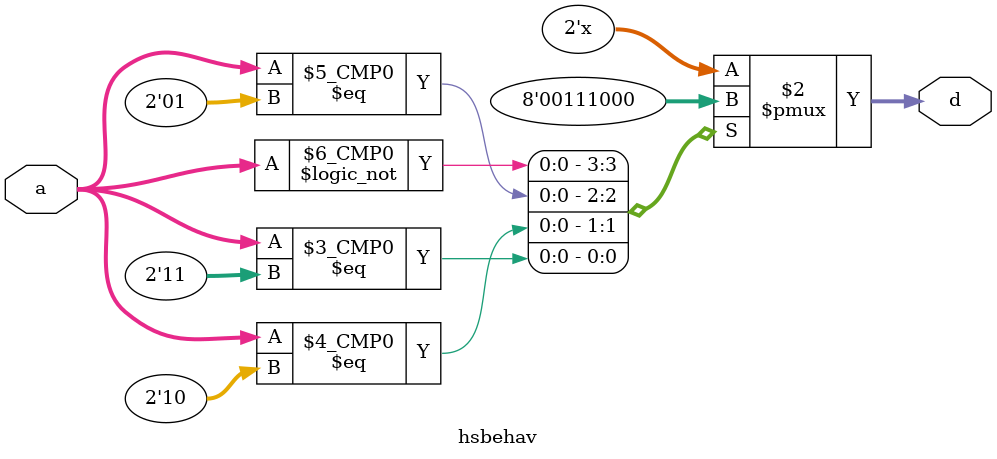
<source format=v>
`timescale 1ns / 1ps

//1960628 prem half subtracotr behavioural
module hsbehav(
    input [1:0]a,
    output reg [1:0]d
    );
always @(d,a)
    begin
        case(a)
        2'b00: begin d = 2'b00; end
        2'b01: begin d = 2'b11; end
        2'b10: begin d = 2'b10; end
        2'b11: begin d = 2'b00; end
        endcase
    end
endmodule

</source>
